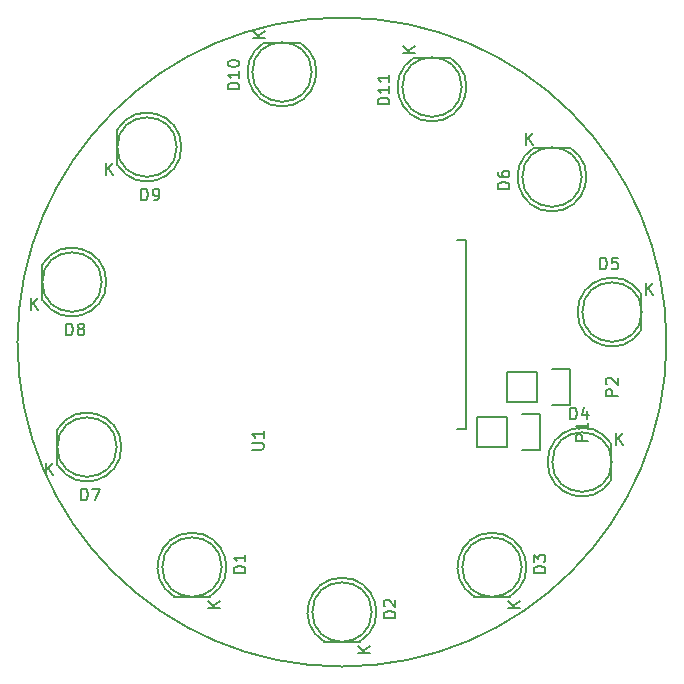
<source format=gbr>
G04 #@! TF.FileFunction,Legend,Top*
%FSLAX46Y46*%
G04 Gerber Fmt 4.6, Leading zero omitted, Abs format (unit mm)*
G04 Created by KiCad (PCBNEW 4.0.2+dfsg1-stable) date Fri 13 Jan 2017 03:15:25 PM EST*
%MOMM*%
G01*
G04 APERTURE LIST*
%ADD10C,0.100000*%
%ADD11C,0.200000*%
%ADD12C,0.150000*%
%ADD13C,0.152400*%
G04 APERTURE END LIST*
D10*
D11*
X70764301Y-42790000D02*
G75*
G03X70764301Y-42790000I-27474301J0D01*
G01*
D12*
X32114904Y-64324888D02*
G75*
G03X29090000Y-64340000I-1524904J2484888D01*
G01*
X32090000Y-64340000D02*
X29090000Y-64340000D01*
X33107936Y-61840000D02*
G75*
G03X33107936Y-61840000I-2517936J0D01*
G01*
X44814904Y-68134888D02*
G75*
G03X41790000Y-68150000I-1524904J2484888D01*
G01*
X44790000Y-68150000D02*
X41790000Y-68150000D01*
X45807936Y-65650000D02*
G75*
G03X45807936Y-65650000I-2517936J0D01*
G01*
X57514904Y-64324888D02*
G75*
G03X54490000Y-64340000I-1524904J2484888D01*
G01*
X57490000Y-64340000D02*
X54490000Y-64340000D01*
X58507936Y-61840000D02*
G75*
G03X58507936Y-61840000I-2517936J0D01*
G01*
X66094888Y-51425096D02*
G75*
G03X66110000Y-54450000I-2484888J-1524904D01*
G01*
X66110000Y-51450000D02*
X66110000Y-54450000D01*
X66127936Y-52950000D02*
G75*
G03X66127936Y-52950000I-2517936J0D01*
G01*
X68634888Y-38725096D02*
G75*
G03X68650000Y-41750000I-2484888J-1524904D01*
G01*
X68650000Y-38750000D02*
X68650000Y-41750000D01*
X68667936Y-40250000D02*
G75*
G03X68667936Y-40250000I-2517936J0D01*
G01*
X59545096Y-26335112D02*
G75*
G03X62570000Y-26320000I1524904J-2484888D01*
G01*
X59570000Y-26320000D02*
X62570000Y-26320000D01*
X63587936Y-28820000D02*
G75*
G03X63587936Y-28820000I-2517936J0D01*
G01*
X19215112Y-53204904D02*
G75*
G03X19200000Y-50180000I2484888J1524904D01*
G01*
X19200000Y-53180000D02*
X19200000Y-50180000D01*
X24217936Y-51680000D02*
G75*
G03X24217936Y-51680000I-2517936J0D01*
G01*
X17945112Y-39234904D02*
G75*
G03X17930000Y-36210000I2484888J1524904D01*
G01*
X17930000Y-39210000D02*
X17930000Y-36210000D01*
X22947936Y-37710000D02*
G75*
G03X22947936Y-37710000I-2517936J0D01*
G01*
X24295112Y-27804904D02*
G75*
G03X24280000Y-24780000I2484888J1524904D01*
G01*
X24280000Y-27780000D02*
X24280000Y-24780000D01*
X29297936Y-26280000D02*
G75*
G03X29297936Y-26280000I-2517936J0D01*
G01*
X36685096Y-17445112D02*
G75*
G03X39710000Y-17430000I1524904J-2484888D01*
G01*
X36710000Y-17430000D02*
X39710000Y-17430000D01*
X40727936Y-19930000D02*
G75*
G03X40727936Y-19930000I-2517936J0D01*
G01*
X49385096Y-18715112D02*
G75*
G03X52410000Y-18700000I1524904J-2484888D01*
G01*
X49410000Y-18700000D02*
X52410000Y-18700000D01*
X53427936Y-21200000D02*
G75*
G03X53427936Y-21200000I-2517936J0D01*
G01*
D13*
X53069000Y-50156000D02*
X53831000Y-50156000D01*
X53831000Y-50156000D02*
X53831000Y-34154000D01*
X53831000Y-34154000D02*
X53069000Y-34154000D01*
D12*
X57260000Y-51680000D02*
X54720000Y-51680000D01*
X60080000Y-51960000D02*
X58530000Y-51960000D01*
X57260000Y-51680000D02*
X57260000Y-49140000D01*
X58530000Y-48860000D02*
X60080000Y-48860000D01*
X60080000Y-48860000D02*
X60080000Y-51960000D01*
X57260000Y-49140000D02*
X54720000Y-49140000D01*
X54720000Y-49140000D02*
X54720000Y-51680000D01*
X59800000Y-47870000D02*
X57260000Y-47870000D01*
X62620000Y-48150000D02*
X61070000Y-48150000D01*
X59800000Y-47870000D02*
X59800000Y-45330000D01*
X61070000Y-45050000D02*
X62620000Y-45050000D01*
X62620000Y-45050000D02*
X62620000Y-48150000D01*
X59800000Y-45330000D02*
X57260000Y-45330000D01*
X57260000Y-45330000D02*
X57260000Y-47870000D01*
X35106381Y-62324095D02*
X34106381Y-62324095D01*
X34106381Y-62086000D01*
X34154000Y-61943142D01*
X34249238Y-61847904D01*
X34344476Y-61800285D01*
X34534952Y-61752666D01*
X34677810Y-61752666D01*
X34868286Y-61800285D01*
X34963524Y-61847904D01*
X35058762Y-61943142D01*
X35106381Y-62086000D01*
X35106381Y-62324095D01*
X35106381Y-60800285D02*
X35106381Y-61371714D01*
X35106381Y-61086000D02*
X34106381Y-61086000D01*
X34249238Y-61181238D01*
X34344476Y-61276476D01*
X34392095Y-61371714D01*
X32947381Y-65276905D02*
X31947381Y-65276905D01*
X32947381Y-64705476D02*
X32375952Y-65134048D01*
X31947381Y-64705476D02*
X32518810Y-65276905D01*
X47806381Y-66134095D02*
X46806381Y-66134095D01*
X46806381Y-65896000D01*
X46854000Y-65753142D01*
X46949238Y-65657904D01*
X47044476Y-65610285D01*
X47234952Y-65562666D01*
X47377810Y-65562666D01*
X47568286Y-65610285D01*
X47663524Y-65657904D01*
X47758762Y-65753142D01*
X47806381Y-65896000D01*
X47806381Y-66134095D01*
X46901619Y-65181714D02*
X46854000Y-65134095D01*
X46806381Y-65038857D01*
X46806381Y-64800761D01*
X46854000Y-64705523D01*
X46901619Y-64657904D01*
X46996857Y-64610285D01*
X47092095Y-64610285D01*
X47234952Y-64657904D01*
X47806381Y-65229333D01*
X47806381Y-64610285D01*
X45647381Y-69086905D02*
X44647381Y-69086905D01*
X45647381Y-68515476D02*
X45075952Y-68944048D01*
X44647381Y-68515476D02*
X45218810Y-69086905D01*
X60506381Y-62324095D02*
X59506381Y-62324095D01*
X59506381Y-62086000D01*
X59554000Y-61943142D01*
X59649238Y-61847904D01*
X59744476Y-61800285D01*
X59934952Y-61752666D01*
X60077810Y-61752666D01*
X60268286Y-61800285D01*
X60363524Y-61847904D01*
X60458762Y-61943142D01*
X60506381Y-62086000D01*
X60506381Y-62324095D01*
X59506381Y-61419333D02*
X59506381Y-60800285D01*
X59887333Y-61133619D01*
X59887333Y-60990761D01*
X59934952Y-60895523D01*
X59982571Y-60847904D01*
X60077810Y-60800285D01*
X60315905Y-60800285D01*
X60411143Y-60847904D01*
X60458762Y-60895523D01*
X60506381Y-60990761D01*
X60506381Y-61276476D01*
X60458762Y-61371714D01*
X60411143Y-61419333D01*
X58347381Y-65276905D02*
X57347381Y-65276905D01*
X58347381Y-64705476D02*
X57775952Y-65134048D01*
X57347381Y-64705476D02*
X57918810Y-65276905D01*
X62617905Y-49338381D02*
X62617905Y-48338381D01*
X62856000Y-48338381D01*
X62998858Y-48386000D01*
X63094096Y-48481238D01*
X63141715Y-48576476D01*
X63189334Y-48766952D01*
X63189334Y-48909810D01*
X63141715Y-49100286D01*
X63094096Y-49195524D01*
X62998858Y-49290762D01*
X62856000Y-49338381D01*
X62617905Y-49338381D01*
X64046477Y-48671714D02*
X64046477Y-49338381D01*
X63808381Y-48290762D02*
X63570286Y-49005048D01*
X64189334Y-49005048D01*
X66523095Y-51497381D02*
X66523095Y-50497381D01*
X67094524Y-51497381D02*
X66665952Y-50925952D01*
X67094524Y-50497381D02*
X66523095Y-51068810D01*
X65157905Y-36638381D02*
X65157905Y-35638381D01*
X65396000Y-35638381D01*
X65538858Y-35686000D01*
X65634096Y-35781238D01*
X65681715Y-35876476D01*
X65729334Y-36066952D01*
X65729334Y-36209810D01*
X65681715Y-36400286D01*
X65634096Y-36495524D01*
X65538858Y-36590762D01*
X65396000Y-36638381D01*
X65157905Y-36638381D01*
X66634096Y-35638381D02*
X66157905Y-35638381D01*
X66110286Y-36114571D01*
X66157905Y-36066952D01*
X66253143Y-36019333D01*
X66491239Y-36019333D01*
X66586477Y-36066952D01*
X66634096Y-36114571D01*
X66681715Y-36209810D01*
X66681715Y-36447905D01*
X66634096Y-36543143D01*
X66586477Y-36590762D01*
X66491239Y-36638381D01*
X66253143Y-36638381D01*
X66157905Y-36590762D01*
X66110286Y-36543143D01*
X69063095Y-38797381D02*
X69063095Y-37797381D01*
X69634524Y-38797381D02*
X69205952Y-38225952D01*
X69634524Y-37797381D02*
X69063095Y-38368810D01*
X57458381Y-29812095D02*
X56458381Y-29812095D01*
X56458381Y-29574000D01*
X56506000Y-29431142D01*
X56601238Y-29335904D01*
X56696476Y-29288285D01*
X56886952Y-29240666D01*
X57029810Y-29240666D01*
X57220286Y-29288285D01*
X57315524Y-29335904D01*
X57410762Y-29431142D01*
X57458381Y-29574000D01*
X57458381Y-29812095D01*
X56458381Y-28383523D02*
X56458381Y-28574000D01*
X56506000Y-28669238D01*
X56553619Y-28716857D01*
X56696476Y-28812095D01*
X56886952Y-28859714D01*
X57267905Y-28859714D01*
X57363143Y-28812095D01*
X57410762Y-28764476D01*
X57458381Y-28669238D01*
X57458381Y-28478761D01*
X57410762Y-28383523D01*
X57363143Y-28335904D01*
X57267905Y-28288285D01*
X57029810Y-28288285D01*
X56934571Y-28335904D01*
X56886952Y-28383523D01*
X56839333Y-28478761D01*
X56839333Y-28669238D01*
X56886952Y-28764476D01*
X56934571Y-28812095D01*
X57029810Y-28859714D01*
X58903095Y-26097381D02*
X58903095Y-25097381D01*
X59474524Y-26097381D02*
X59045952Y-25525952D01*
X59474524Y-25097381D02*
X58903095Y-25668810D01*
X21215905Y-56196381D02*
X21215905Y-55196381D01*
X21454000Y-55196381D01*
X21596858Y-55244000D01*
X21692096Y-55339238D01*
X21739715Y-55434476D01*
X21787334Y-55624952D01*
X21787334Y-55767810D01*
X21739715Y-55958286D01*
X21692096Y-56053524D01*
X21596858Y-56148762D01*
X21454000Y-56196381D01*
X21215905Y-56196381D01*
X22120667Y-55196381D02*
X22787334Y-55196381D01*
X22358762Y-56196381D01*
X18263095Y-54037381D02*
X18263095Y-53037381D01*
X18834524Y-54037381D02*
X18405952Y-53465952D01*
X18834524Y-53037381D02*
X18263095Y-53608810D01*
X19945905Y-42226381D02*
X19945905Y-41226381D01*
X20184000Y-41226381D01*
X20326858Y-41274000D01*
X20422096Y-41369238D01*
X20469715Y-41464476D01*
X20517334Y-41654952D01*
X20517334Y-41797810D01*
X20469715Y-41988286D01*
X20422096Y-42083524D01*
X20326858Y-42178762D01*
X20184000Y-42226381D01*
X19945905Y-42226381D01*
X21088762Y-41654952D02*
X20993524Y-41607333D01*
X20945905Y-41559714D01*
X20898286Y-41464476D01*
X20898286Y-41416857D01*
X20945905Y-41321619D01*
X20993524Y-41274000D01*
X21088762Y-41226381D01*
X21279239Y-41226381D01*
X21374477Y-41274000D01*
X21422096Y-41321619D01*
X21469715Y-41416857D01*
X21469715Y-41464476D01*
X21422096Y-41559714D01*
X21374477Y-41607333D01*
X21279239Y-41654952D01*
X21088762Y-41654952D01*
X20993524Y-41702571D01*
X20945905Y-41750190D01*
X20898286Y-41845429D01*
X20898286Y-42035905D01*
X20945905Y-42131143D01*
X20993524Y-42178762D01*
X21088762Y-42226381D01*
X21279239Y-42226381D01*
X21374477Y-42178762D01*
X21422096Y-42131143D01*
X21469715Y-42035905D01*
X21469715Y-41845429D01*
X21422096Y-41750190D01*
X21374477Y-41702571D01*
X21279239Y-41654952D01*
X16993095Y-40067381D02*
X16993095Y-39067381D01*
X17564524Y-40067381D02*
X17135952Y-39495952D01*
X17564524Y-39067381D02*
X16993095Y-39638810D01*
X26295905Y-30796381D02*
X26295905Y-29796381D01*
X26534000Y-29796381D01*
X26676858Y-29844000D01*
X26772096Y-29939238D01*
X26819715Y-30034476D01*
X26867334Y-30224952D01*
X26867334Y-30367810D01*
X26819715Y-30558286D01*
X26772096Y-30653524D01*
X26676858Y-30748762D01*
X26534000Y-30796381D01*
X26295905Y-30796381D01*
X27343524Y-30796381D02*
X27534000Y-30796381D01*
X27629239Y-30748762D01*
X27676858Y-30701143D01*
X27772096Y-30558286D01*
X27819715Y-30367810D01*
X27819715Y-29986857D01*
X27772096Y-29891619D01*
X27724477Y-29844000D01*
X27629239Y-29796381D01*
X27438762Y-29796381D01*
X27343524Y-29844000D01*
X27295905Y-29891619D01*
X27248286Y-29986857D01*
X27248286Y-30224952D01*
X27295905Y-30320190D01*
X27343524Y-30367810D01*
X27438762Y-30415429D01*
X27629239Y-30415429D01*
X27724477Y-30367810D01*
X27772096Y-30320190D01*
X27819715Y-30224952D01*
X23343095Y-28637381D02*
X23343095Y-27637381D01*
X23914524Y-28637381D02*
X23485952Y-28065952D01*
X23914524Y-27637381D02*
X23343095Y-28208810D01*
X34598381Y-21398286D02*
X33598381Y-21398286D01*
X33598381Y-21160191D01*
X33646000Y-21017333D01*
X33741238Y-20922095D01*
X33836476Y-20874476D01*
X34026952Y-20826857D01*
X34169810Y-20826857D01*
X34360286Y-20874476D01*
X34455524Y-20922095D01*
X34550762Y-21017333D01*
X34598381Y-21160191D01*
X34598381Y-21398286D01*
X34598381Y-19874476D02*
X34598381Y-20445905D01*
X34598381Y-20160191D02*
X33598381Y-20160191D01*
X33741238Y-20255429D01*
X33836476Y-20350667D01*
X33884095Y-20445905D01*
X33598381Y-19255429D02*
X33598381Y-19160190D01*
X33646000Y-19064952D01*
X33693619Y-19017333D01*
X33788857Y-18969714D01*
X33979333Y-18922095D01*
X34217429Y-18922095D01*
X34407905Y-18969714D01*
X34503143Y-19017333D01*
X34550762Y-19064952D01*
X34598381Y-19160190D01*
X34598381Y-19255429D01*
X34550762Y-19350667D01*
X34503143Y-19398286D01*
X34407905Y-19445905D01*
X34217429Y-19493524D01*
X33979333Y-19493524D01*
X33788857Y-19445905D01*
X33693619Y-19398286D01*
X33646000Y-19350667D01*
X33598381Y-19255429D01*
X36757381Y-17016905D02*
X35757381Y-17016905D01*
X36757381Y-16445476D02*
X36185952Y-16874048D01*
X35757381Y-16445476D02*
X36328810Y-17016905D01*
X47298381Y-22668286D02*
X46298381Y-22668286D01*
X46298381Y-22430191D01*
X46346000Y-22287333D01*
X46441238Y-22192095D01*
X46536476Y-22144476D01*
X46726952Y-22096857D01*
X46869810Y-22096857D01*
X47060286Y-22144476D01*
X47155524Y-22192095D01*
X47250762Y-22287333D01*
X47298381Y-22430191D01*
X47298381Y-22668286D01*
X47298381Y-21144476D02*
X47298381Y-21715905D01*
X47298381Y-21430191D02*
X46298381Y-21430191D01*
X46441238Y-21525429D01*
X46536476Y-21620667D01*
X46584095Y-21715905D01*
X47298381Y-20192095D02*
X47298381Y-20763524D01*
X47298381Y-20477810D02*
X46298381Y-20477810D01*
X46441238Y-20573048D01*
X46536476Y-20668286D01*
X46584095Y-20763524D01*
X49457381Y-18286905D02*
X48457381Y-18286905D01*
X49457381Y-17715476D02*
X48885952Y-18144048D01*
X48457381Y-17715476D02*
X49028810Y-18286905D01*
X35662381Y-51901905D02*
X36471905Y-51901905D01*
X36567143Y-51854286D01*
X36614762Y-51806667D01*
X36662381Y-51711429D01*
X36662381Y-51520952D01*
X36614762Y-51425714D01*
X36567143Y-51378095D01*
X36471905Y-51330476D01*
X35662381Y-51330476D01*
X36662381Y-50330476D02*
X36662381Y-50901905D01*
X36662381Y-50616191D02*
X35662381Y-50616191D01*
X35805238Y-50711429D01*
X35900476Y-50806667D01*
X35948095Y-50901905D01*
X64082381Y-51148095D02*
X63082381Y-51148095D01*
X63082381Y-50767142D01*
X63130000Y-50671904D01*
X63177619Y-50624285D01*
X63272857Y-50576666D01*
X63415714Y-50576666D01*
X63510952Y-50624285D01*
X63558571Y-50671904D01*
X63606190Y-50767142D01*
X63606190Y-51148095D01*
X64082381Y-49624285D02*
X64082381Y-50195714D01*
X64082381Y-49910000D02*
X63082381Y-49910000D01*
X63225238Y-50005238D01*
X63320476Y-50100476D01*
X63368095Y-50195714D01*
X66622381Y-47338095D02*
X65622381Y-47338095D01*
X65622381Y-46957142D01*
X65670000Y-46861904D01*
X65717619Y-46814285D01*
X65812857Y-46766666D01*
X65955714Y-46766666D01*
X66050952Y-46814285D01*
X66098571Y-46861904D01*
X66146190Y-46957142D01*
X66146190Y-47338095D01*
X65717619Y-46385714D02*
X65670000Y-46338095D01*
X65622381Y-46242857D01*
X65622381Y-46004761D01*
X65670000Y-45909523D01*
X65717619Y-45861904D01*
X65812857Y-45814285D01*
X65908095Y-45814285D01*
X66050952Y-45861904D01*
X66622381Y-46433333D01*
X66622381Y-45814285D01*
M02*

</source>
